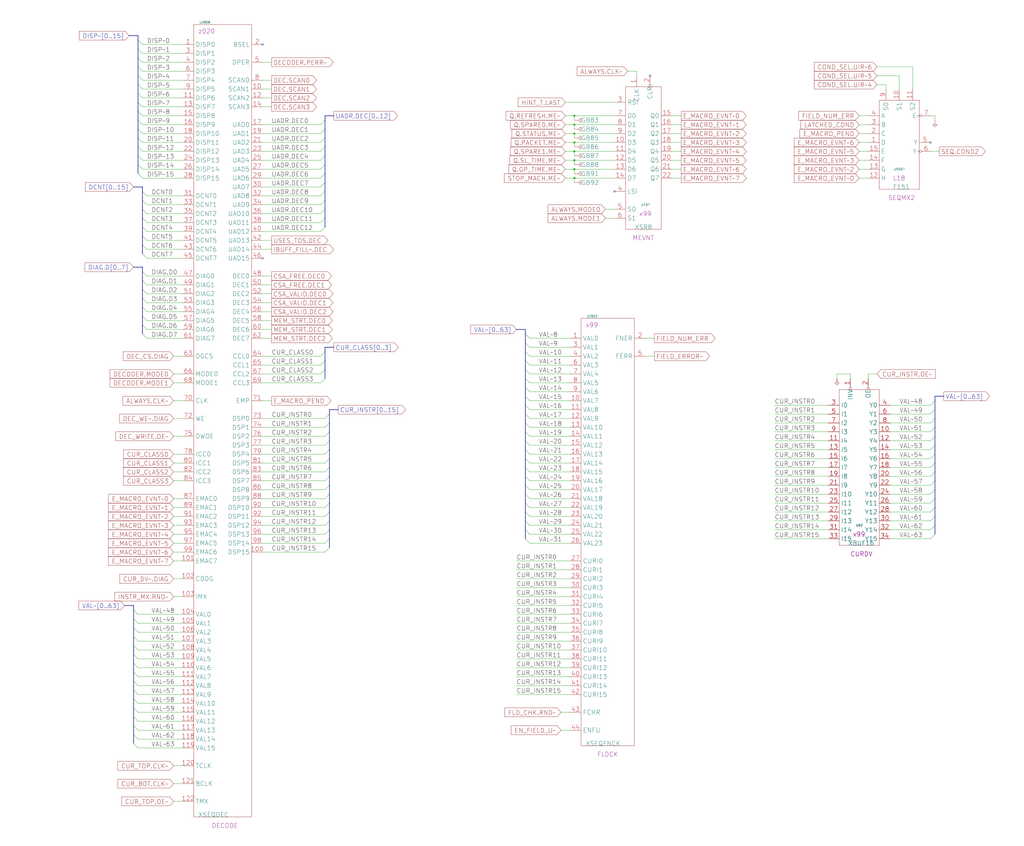
<source format=kicad_sch>
(kicad_sch (version 20230121) (generator eeschema)
  (paper "User" 584.2 482.6)
  (title_block (title "DECODE RAMS & ADDRESSING") (date "22-MAY-90") (rev "1.0") (comment 1 "SEQUENCER") (comment 2 "232-003064") (comment 3 "S400") (comment 4 "RELEASED"))
  (junction (at 327.66 66.04))
  (junction (at 327.66 86.36))
  (junction (at 327.66 81.28))
  (junction (at 327.66 91.44))
  (junction (at 327.66 71.12))
  (junction (at 327.66 96.52))
  (junction (at 327.66 76.2))
  (junction (at 327.66 101.6))
  (no_connect (at 149.86 147.32))
  (no_connect (at 530.86 81.28))
  (no_connect (at 350.52 109.22))
  (no_connect (at 149.86 25.4))
  (no_connect (at 370.84 43.18))
  (bus_entry (at 299.72 215.9) (size 2.54 2.54))
  (bus_entry (at 81.28 160.02) (size 2.54 2.54))
  (bus_entry (at 81.28 139.7) (size 2.54 2.54))
  (bus_entry (at 533.4 248.92) (size -2.54 2.54))
  (bus_entry (at 81.28 114.3) (size 2.54 2.54))
  (bus_entry (at 185.42 83.82) (size -2.54 2.54))
  (bus_entry (at 185.42 68.58) (size -2.54 2.54))
  (bus_entry (at 533.4 243.84) (size -2.54 2.54))
  (bus_entry (at 76.2 353.06) (size 2.54 2.54))
  (bus_entry (at 78.74 68.58) (size 2.54 2.54))
  (bus_entry (at 185.42 129.54) (size -2.54 2.54))
  (bus_entry (at 76.2 383.54) (size 2.54 2.54))
  (bus_entry (at 533.4 238.76) (size -2.54 2.54))
  (bus_entry (at 185.42 88.9) (size -2.54 2.54))
  (bus_entry (at 185.42 210.82) (size -2.54 2.54))
  (bus_entry (at 533.4 269.24) (size -2.54 2.54))
  (bus_entry (at 78.74 78.74) (size 2.54 2.54))
  (bus_entry (at 533.4 289.56) (size -2.54 2.54))
  (bus_entry (at 76.2 378.46) (size 2.54 2.54))
  (bus_entry (at 299.72 261.62) (size 2.54 2.54))
  (bus_entry (at 81.28 154.94) (size 2.54 2.54))
  (bus_entry (at 76.2 414.02) (size 2.54 2.54))
  (bus_entry (at 76.2 347.98) (size 2.54 2.54))
  (bus_entry (at 78.74 48.26) (size 2.54 2.54))
  (bus_entry (at 187.96 261.62) (size -2.54 2.54))
  (bus_entry (at 185.42 104.14) (size -2.54 2.54))
  (bus_entry (at 78.74 99.06) (size 2.54 2.54))
  (bus_entry (at 299.72 276.86) (size 2.54 2.54))
  (bus_entry (at 81.28 134.62) (size 2.54 2.54))
  (bus_entry (at 187.96 276.86) (size -2.54 2.54))
  (bus_entry (at 299.72 251.46) (size 2.54 2.54))
  (bus_entry (at 299.72 292.1) (size 2.54 2.54))
  (bus_entry (at 299.72 195.58) (size 2.54 2.54))
  (bus_entry (at 299.72 205.74) (size 2.54 2.54))
  (bus_entry (at 187.96 271.78) (size -2.54 2.54))
  (bus_entry (at 533.4 274.32) (size -2.54 2.54))
  (bus_entry (at 533.4 304.8) (size -2.54 2.54))
  (bus_entry (at 299.72 246.38) (size 2.54 2.54))
  (bus_entry (at 299.72 241.3) (size 2.54 2.54))
  (bus_entry (at 76.2 358.14) (size 2.54 2.54))
  (bus_entry (at 533.4 299.72) (size -2.54 2.54))
  (bus_entry (at 81.28 180.34) (size 2.54 2.54))
  (bus_entry (at 299.72 281.94) (size 2.54 2.54))
  (bus_entry (at 81.28 119.38) (size 2.54 2.54))
  (bus_entry (at 81.28 165.1) (size 2.54 2.54))
  (bus_entry (at 187.96 251.46) (size -2.54 2.54))
  (bus_entry (at 299.72 220.98) (size 2.54 2.54))
  (bus_entry (at 299.72 256.54) (size 2.54 2.54))
  (bus_entry (at 533.4 228.6) (size -2.54 2.54))
  (bus_entry (at 81.28 129.54) (size 2.54 2.54))
  (bus_entry (at 185.42 93.98) (size -2.54 2.54))
  (bus_entry (at 299.72 236.22) (size 2.54 2.54))
  (bus_entry (at 78.74 43.18) (size 2.54 2.54))
  (bus_entry (at 78.74 88.9) (size 2.54 2.54))
  (bus_entry (at 185.42 205.74) (size -2.54 2.54))
  (bus_entry (at 76.2 419.1) (size 2.54 2.54))
  (bus_entry (at 76.2 403.86) (size 2.54 2.54))
  (bus_entry (at 78.74 38.1) (size 2.54 2.54))
  (bus_entry (at 185.42 78.74) (size -2.54 2.54))
  (bus_entry (at 81.28 190.5) (size 2.54 2.54))
  (bus_entry (at 187.96 281.94) (size -2.54 2.54))
  (bus_entry (at 299.72 266.7) (size 2.54 2.54))
  (bus_entry (at 78.74 83.82) (size 2.54 2.54))
  (bus_entry (at 187.96 241.3) (size -2.54 2.54))
  (bus_entry (at 76.2 393.7) (size 2.54 2.54))
  (bus_entry (at 185.42 99.06) (size -2.54 2.54))
  (bus_entry (at 299.72 271.78) (size 2.54 2.54))
  (bus_entry (at 185.42 200.66) (size -2.54 2.54))
  (bus_entry (at 185.42 73.66) (size -2.54 2.54))
  (bus_entry (at 185.42 124.46) (size -2.54 2.54))
  (bus_entry (at 185.42 114.3) (size -2.54 2.54))
  (bus_entry (at 78.74 73.66) (size 2.54 2.54))
  (bus_entry (at 76.2 368.3) (size 2.54 2.54))
  (bus_entry (at 187.96 292.1) (size -2.54 2.54))
  (bus_entry (at 78.74 93.98) (size 2.54 2.54))
  (bus_entry (at 81.28 170.18) (size 2.54 2.54))
  (bus_entry (at 299.72 307.34) (size 2.54 2.54))
  (bus_entry (at 76.2 398.78) (size 2.54 2.54))
  (bus_entry (at 81.28 175.26) (size 2.54 2.54))
  (bus_entry (at 76.2 424.18) (size 2.54 2.54))
  (bus_entry (at 299.72 200.66) (size 2.54 2.54))
  (bus_entry (at 81.28 124.46) (size 2.54 2.54))
  (bus_entry (at 76.2 373.38) (size 2.54 2.54))
  (bus_entry (at 81.28 144.78) (size 2.54 2.54))
  (bus_entry (at 78.74 22.86) (size 2.54 2.54))
  (bus_entry (at 187.96 287.02) (size -2.54 2.54))
  (bus_entry (at 76.2 363.22) (size 2.54 2.54))
  (bus_entry (at 187.96 256.54) (size -2.54 2.54))
  (bus_entry (at 187.96 236.22) (size -2.54 2.54))
  (bus_entry (at 299.72 297.18) (size 2.54 2.54))
  (bus_entry (at 76.2 408.94) (size 2.54 2.54))
  (bus_entry (at 81.28 185.42) (size 2.54 2.54))
  (bus_entry (at 187.96 266.7) (size -2.54 2.54))
  (bus_entry (at 533.4 254) (size -2.54 2.54))
  (bus_entry (at 299.72 302.26) (size 2.54 2.54))
  (bus_entry (at 533.4 279.4) (size -2.54 2.54))
  (bus_entry (at 76.2 388.62) (size 2.54 2.54))
  (bus_entry (at 78.74 63.5) (size 2.54 2.54))
  (bus_entry (at 78.74 58.42) (size 2.54 2.54))
  (bus_entry (at 187.96 297.18) (size -2.54 2.54))
  (bus_entry (at 299.72 210.82) (size 2.54 2.54))
  (bus_entry (at 187.96 307.34) (size -2.54 2.54))
  (bus_entry (at 533.4 264.16) (size -2.54 2.54))
  (bus_entry (at 185.42 109.22) (size -2.54 2.54))
  (bus_entry (at 78.74 27.94) (size 2.54 2.54))
  (bus_entry (at 299.72 287.02) (size 2.54 2.54))
  (bus_entry (at 187.96 312.42) (size -2.54 2.54))
  (bus_entry (at 187.96 302.26) (size -2.54 2.54))
  (bus_entry (at 185.42 215.9) (size -2.54 2.54))
  (bus_entry (at 78.74 33.02) (size 2.54 2.54))
  (bus_entry (at 533.4 259.08) (size -2.54 2.54))
  (bus_entry (at 81.28 109.22) (size 2.54 2.54))
  (bus_entry (at 299.72 231.14) (size 2.54 2.54))
  (bus_entry (at 533.4 284.48) (size -2.54 2.54))
  (bus_entry (at 187.96 246.38) (size -2.54 2.54))
  (bus_entry (at 78.74 53.34) (size 2.54 2.54))
  (bus_entry (at 299.72 226.06) (size 2.54 2.54))
  (bus_entry (at 299.72 190.5) (size 2.54 2.54))
  (bus_entry (at 533.4 233.68) (size -2.54 2.54))
  (bus_entry (at 185.42 119.38) (size -2.54 2.54))
  (bus_entry (at 533.4 294.64) (size -2.54 2.54))
  (wire (pts (xy 322.58 101.6) (xy 327.66 101.6)))
  (wire (pts (xy 99.06 259.08) (xy 104.14 259.08)))
  (wire (pts (xy 81.28 91.44) (xy 104.14 91.44)))
  (bus (pts (xy 299.72 200.66) (xy 299.72 205.74)))
  (bus (pts (xy 78.74 93.98) (xy 78.74 99.06)))
  (bus (pts (xy 185.42 200.66) (xy 185.42 205.74)))
  (wire (pts (xy 294.64 381) (xy 325.12 381)))
  (wire (pts (xy 149.86 162.56) (xy 154.94 162.56)))
  (wire (pts (xy 508 261.62) (xy 530.86 261.62)))
  (bus (pts (xy 187.96 236.22) (xy 187.96 241.3)))
  (bus (pts (xy 187.96 292.1) (xy 187.96 297.18)))
  (wire (pts (xy 490.22 66.04) (xy 495.3 66.04)))
  (bus (pts (xy 81.28 124.46) (xy 81.28 129.54)))
  (bus (pts (xy 533.4 269.24) (xy 533.4 274.32)))
  (wire (pts (xy 149.86 264.16) (xy 185.42 264.16)))
  (wire (pts (xy 383.54 101.6) (xy 388.62 101.6)))
  (wire (pts (xy 99.06 284.48) (xy 104.14 284.48)))
  (bus (pts (xy 299.72 187.96) (xy 294.64 187.96)))
  (bus (pts (xy 299.72 246.38) (xy 299.72 251.46)))
  (wire (pts (xy 149.86 259.08) (xy 185.42 259.08)))
  (wire (pts (xy 472.44 307.34) (xy 441.96 307.34)))
  (wire (pts (xy 99.06 264.16) (xy 104.14 264.16)))
  (bus (pts (xy 299.72 302.26) (xy 299.72 307.34)))
  (wire (pts (xy 83.82 121.92) (xy 104.14 121.92)))
  (bus (pts (xy 78.74 78.74) (xy 78.74 83.82)))
  (wire (pts (xy 149.86 111.76) (xy 182.88 111.76)))
  (wire (pts (xy 302.26 259.08) (xy 325.12 259.08)))
  (bus (pts (xy 78.74 63.5) (xy 78.74 68.58)))
  (bus (pts (xy 299.72 276.86) (xy 299.72 281.94)))
  (wire (pts (xy 149.86 132.08) (xy 182.88 132.08)))
  (wire (pts (xy 327.66 76.2) (xy 327.66 78.74)))
  (wire (pts (xy 302.26 208.28) (xy 325.12 208.28)))
  (wire (pts (xy 490.22 101.6) (xy 495.3 101.6)))
  (wire (pts (xy 472.44 281.94) (xy 441.96 281.94)))
  (wire (pts (xy 327.66 71.12) (xy 350.52 71.12)))
  (wire (pts (xy 149.86 248.92) (xy 185.42 248.92)))
  (wire (pts (xy 472.44 251.46) (xy 441.96 251.46)))
  (wire (pts (xy 490.22 86.36) (xy 495.3 86.36)))
  (wire (pts (xy 149.86 167.64) (xy 154.94 167.64)))
  (wire (pts (xy 81.28 45.72) (xy 104.14 45.72)))
  (wire (pts (xy 78.74 350.52) (xy 104.14 350.52)))
  (wire (pts (xy 477.52 213.36) (xy 485.14 213.36)))
  (wire (pts (xy 99.06 238.76) (xy 104.14 238.76)))
  (wire (pts (xy 322.58 96.52) (xy 327.66 96.52)))
  (wire (pts (xy 322.58 66.04) (xy 327.66 66.04)))
  (wire (pts (xy 368.3 203.2) (xy 373.38 203.2)))
  (wire (pts (xy 149.86 177.8) (xy 154.94 177.8)))
  (wire (pts (xy 302.26 223.52) (xy 325.12 223.52)))
  (wire (pts (xy 149.86 121.92) (xy 182.88 121.92)))
  (wire (pts (xy 302.26 289.56) (xy 325.12 289.56)))
  (bus (pts (xy 76.2 345.44) (xy 76.2 347.98)))
  (bus (pts (xy 76.2 373.38) (xy 76.2 368.3)))
  (bus (pts (xy 185.42 78.74) (xy 185.42 83.82)))
  (wire (pts (xy 149.86 213.36) (xy 182.88 213.36)))
  (wire (pts (xy 294.64 375.92) (xy 325.12 375.92)))
  (bus (pts (xy 533.4 233.68) (xy 533.4 238.76)))
  (bus (pts (xy 81.28 114.3) (xy 81.28 119.38)))
  (wire (pts (xy 83.82 182.88) (xy 104.14 182.88)))
  (wire (pts (xy 513.08 43.18) (xy 513.08 50.8)))
  (wire (pts (xy 99.06 294.64) (xy 104.14 294.64)))
  (bus (pts (xy 187.96 246.38) (xy 187.96 251.46)))
  (bus (pts (xy 76.2 424.18) (xy 76.2 419.1)))
  (wire (pts (xy 149.86 299.72) (xy 185.42 299.72)))
  (bus (pts (xy 533.4 259.08) (xy 533.4 264.16)))
  (wire (pts (xy 472.44 256.54) (xy 441.96 256.54)))
  (bus (pts (xy 299.72 231.14) (xy 299.72 236.22)))
  (wire (pts (xy 508 302.26) (xy 530.86 302.26)))
  (wire (pts (xy 149.86 243.84) (xy 185.42 243.84)))
  (wire (pts (xy 149.86 76.2) (xy 182.88 76.2)))
  (wire (pts (xy 78.74 360.68) (xy 104.14 360.68)))
  (bus (pts (xy 185.42 198.12) (xy 190.5 198.12)))
  (wire (pts (xy 81.28 30.48) (xy 104.14 30.48)))
  (wire (pts (xy 495.3 213.36) (xy 495.3 215.9)))
  (bus (pts (xy 78.74 58.42) (xy 78.74 63.5)))
  (wire (pts (xy 149.86 269.24) (xy 185.42 269.24)))
  (wire (pts (xy 78.74 391.16) (xy 104.14 391.16)))
  (bus (pts (xy 533.4 226.06) (xy 533.4 228.6)))
  (bus (pts (xy 81.28 165.1) (xy 81.28 170.18)))
  (bus (pts (xy 185.42 93.98) (xy 185.42 99.06)))
  (bus (pts (xy 185.42 99.06) (xy 185.42 104.14)))
  (wire (pts (xy 302.26 193.04) (xy 325.12 193.04)))
  (bus (pts (xy 78.74 22.86) (xy 78.74 27.94)))
  (wire (pts (xy 472.44 231.14) (xy 441.96 231.14)))
  (wire (pts (xy 508 231.14) (xy 530.86 231.14)))
  (wire (pts (xy 149.86 254) (xy 185.42 254)))
  (wire (pts (xy 294.64 330.2) (xy 325.12 330.2)))
  (wire (pts (xy 327.66 101.6) (xy 327.66 104.14)))
  (bus (pts (xy 533.4 264.16) (xy 533.4 269.24)))
  (wire (pts (xy 149.86 81.28) (xy 182.88 81.28)))
  (wire (pts (xy 83.82 193.04) (xy 104.14 193.04)))
  (wire (pts (xy 302.26 213.36) (xy 325.12 213.36)))
  (bus (pts (xy 533.4 228.6) (xy 533.4 233.68)))
  (bus (pts (xy 185.42 198.12) (xy 185.42 200.66)))
  (bus (pts (xy 71.12 345.44) (xy 76.2 345.44)))
  (wire (pts (xy 99.06 218.44) (xy 104.14 218.44)))
  (wire (pts (xy 327.66 66.04) (xy 327.66 68.58)))
  (wire (pts (xy 149.86 274.32) (xy 185.42 274.32)))
  (bus (pts (xy 299.72 190.5) (xy 299.72 195.58)))
  (bus (pts (xy 187.96 241.3) (xy 187.96 246.38)))
  (wire (pts (xy 149.86 35.56) (xy 154.94 35.56)))
  (wire (pts (xy 294.64 335.28) (xy 325.12 335.28)))
  (bus (pts (xy 78.74 83.82) (xy 78.74 88.9)))
  (wire (pts (xy 302.26 243.84) (xy 325.12 243.84)))
  (wire (pts (xy 149.86 137.16) (xy 154.94 137.16)))
  (bus (pts (xy 190.5 66.04) (xy 185.42 66.04)))
  (bus (pts (xy 76.2 368.3) (xy 76.2 363.22)))
  (wire (pts (xy 388.62 81.28) (xy 383.54 81.28)))
  (wire (pts (xy 78.74 365.76) (xy 104.14 365.76)))
  (wire (pts (xy 302.26 228.6) (xy 325.12 228.6)))
  (wire (pts (xy 472.44 287.02) (xy 441.96 287.02)))
  (wire (pts (xy 81.28 81.28) (xy 104.14 81.28)))
  (wire (pts (xy 78.74 381) (xy 104.14 381)))
  (wire (pts (xy 508 236.22) (xy 530.86 236.22)))
  (wire (pts (xy 99.06 274.32) (xy 104.14 274.32)))
  (wire (pts (xy 149.86 304.8) (xy 185.42 304.8)))
  (bus (pts (xy 299.72 226.06) (xy 299.72 231.14)))
  (bus (pts (xy 185.42 109.22) (xy 185.42 114.3)))
  (wire (pts (xy 508 281.94) (xy 530.86 281.94)))
  (wire (pts (xy 500.38 43.18) (xy 513.08 43.18)))
  (bus (pts (xy 185.42 104.14) (xy 185.42 109.22)))
  (bus (pts (xy 76.2 408.94) (xy 76.2 403.86)))
  (bus (pts (xy 81.28 152.4) (xy 81.28 154.94)))
  (wire (pts (xy 81.28 86.36) (xy 104.14 86.36)))
  (wire (pts (xy 78.74 411.48) (xy 104.14 411.48)))
  (wire (pts (xy 327.66 71.12) (xy 327.66 73.66)))
  (bus (pts (xy 76.2 383.54) (xy 76.2 378.46)))
  (bus (pts (xy 76.2 388.62) (xy 76.2 383.54)))
  (wire (pts (xy 327.66 91.44) (xy 350.52 91.44)))
  (wire (pts (xy 388.62 96.52) (xy 383.54 96.52)))
  (wire (pts (xy 149.86 284.48) (xy 185.42 284.48)))
  (wire (pts (xy 327.66 86.36) (xy 350.52 86.36)))
  (bus (pts (xy 533.4 284.48) (xy 533.4 289.56)))
  (wire (pts (xy 322.58 86.36) (xy 327.66 86.36)))
  (wire (pts (xy 294.64 345.44) (xy 325.12 345.44)))
  (wire (pts (xy 149.86 238.76) (xy 185.42 238.76)))
  (bus (pts (xy 81.28 180.34) (xy 81.28 185.42)))
  (bus (pts (xy 299.72 281.94) (xy 299.72 287.02)))
  (bus (pts (xy 299.72 220.98) (xy 299.72 226.06)))
  (wire (pts (xy 472.44 297.18) (xy 441.96 297.18)))
  (bus (pts (xy 187.96 266.7) (xy 187.96 271.78)))
  (bus (pts (xy 185.42 66.04) (xy 185.42 68.58)))
  (bus (pts (xy 187.96 287.02) (xy 187.96 292.1)))
  (wire (pts (xy 78.74 406.4) (xy 104.14 406.4)))
  (bus (pts (xy 299.72 292.1) (xy 299.72 297.18)))
  (wire (pts (xy 500.38 213.36) (xy 495.3 213.36)))
  (wire (pts (xy 83.82 147.32) (xy 104.14 147.32)))
  (wire (pts (xy 530.86 86.36) (xy 535.94 86.36)))
  (wire (pts (xy 373.38 193.04) (xy 368.3 193.04)))
  (wire (pts (xy 149.86 187.96) (xy 154.94 187.96)))
  (wire (pts (xy 302.26 304.8) (xy 325.12 304.8)))
  (wire (pts (xy 294.64 355.6) (xy 325.12 355.6)))
  (wire (pts (xy 327.66 91.44) (xy 327.66 93.98)))
  (wire (pts (xy 99.06 228.6) (xy 104.14 228.6)))
  (bus (pts (xy 533.4 294.64) (xy 533.4 299.72)))
  (wire (pts (xy 149.86 71.12) (xy 182.88 71.12)))
  (wire (pts (xy 345.44 124.46) (xy 350.52 124.46)))
  (bus (pts (xy 533.4 299.72) (xy 533.4 304.8)))
  (wire (pts (xy 520.7 38.1) (xy 520.7 50.8)))
  (wire (pts (xy 508 307.34) (xy 530.86 307.34)))
  (bus (pts (xy 187.96 233.68) (xy 187.96 236.22)))
  (wire (pts (xy 149.86 228.6) (xy 154.94 228.6)))
  (wire (pts (xy 149.86 218.44) (xy 182.88 218.44)))
  (wire (pts (xy 81.28 55.88) (xy 104.14 55.88)))
  (wire (pts (xy 149.86 96.52) (xy 182.88 96.52)))
  (bus (pts (xy 185.42 83.82) (xy 185.42 88.9)))
  (bus (pts (xy 76.2 393.7) (xy 76.2 388.62)))
  (bus (pts (xy 76.2 414.02) (xy 76.2 408.94)))
  (bus (pts (xy 299.72 251.46) (xy 299.72 256.54)))
  (wire (pts (xy 363.22 40.64) (xy 363.22 43.18)))
  (wire (pts (xy 149.86 60.96) (xy 154.94 60.96)))
  (wire (pts (xy 500.38 48.26) (xy 505.46 48.26)))
  (wire (pts (xy 302.26 203.2) (xy 325.12 203.2)))
  (wire (pts (xy 472.44 302.26) (xy 441.96 302.26)))
  (wire (pts (xy 472.44 292.1) (xy 441.96 292.1)))
  (wire (pts (xy 302.26 274.32) (xy 325.12 274.32)))
  (wire (pts (xy 149.86 314.96) (xy 185.42 314.96)))
  (bus (pts (xy 76.2 358.14) (xy 76.2 363.22)))
  (wire (pts (xy 81.28 35.56) (xy 104.14 35.56)))
  (wire (pts (xy 81.28 25.4) (xy 104.14 25.4)))
  (wire (pts (xy 500.38 38.1) (xy 520.7 38.1)))
  (wire (pts (xy 149.86 142.24) (xy 154.94 142.24)))
  (wire (pts (xy 149.86 86.36) (xy 182.88 86.36)))
  (bus (pts (xy 533.4 248.92) (xy 533.4 254)))
  (wire (pts (xy 99.06 203.2) (xy 104.14 203.2)))
  (bus (pts (xy 533.4 226.06) (xy 538.48 226.06)))
  (bus (pts (xy 81.28 185.42) (xy 81.28 190.5)))
  (bus (pts (xy 533.4 289.56) (xy 533.4 294.64)))
  (wire (pts (xy 83.82 111.76) (xy 104.14 111.76)))
  (wire (pts (xy 294.64 325.12) (xy 325.12 325.12)))
  (bus (pts (xy 299.72 236.22) (xy 299.72 241.3)))
  (wire (pts (xy 302.26 233.68) (xy 325.12 233.68)))
  (wire (pts (xy 99.06 304.8) (xy 104.14 304.8)))
  (wire (pts (xy 99.06 314.96) (xy 104.14 314.96)))
  (bus (pts (xy 76.2 378.46) (xy 76.2 373.38)))
  (wire (pts (xy 99.06 289.56) (xy 104.14 289.56)))
  (bus (pts (xy 78.74 88.9) (xy 78.74 93.98)))
  (bus (pts (xy 81.28 109.22) (xy 81.28 114.3)))
  (bus (pts (xy 76.2 152.4) (xy 81.28 152.4)))
  (wire (pts (xy 78.74 355.6) (xy 104.14 355.6)))
  (wire (pts (xy 99.06 447.04) (xy 104.14 447.04)))
  (wire (pts (xy 81.28 101.6) (xy 104.14 101.6)))
  (bus (pts (xy 76.2 419.1) (xy 76.2 414.02)))
  (wire (pts (xy 320.04 406.4) (xy 325.12 406.4)))
  (wire (pts (xy 508 271.78) (xy 530.86 271.78)))
  (bus (pts (xy 81.28 154.94) (xy 81.28 160.02)))
  (wire (pts (xy 149.86 182.88) (xy 154.94 182.88)))
  (bus (pts (xy 533.4 243.84) (xy 533.4 248.92)))
  (wire (pts (xy 83.82 137.16) (xy 104.14 137.16)))
  (wire (pts (xy 472.44 261.62) (xy 441.96 261.62)))
  (wire (pts (xy 149.86 193.04) (xy 154.94 193.04)))
  (wire (pts (xy 149.86 91.44) (xy 182.88 91.44)))
  (wire (pts (xy 149.86 45.72) (xy 154.94 45.72)))
  (wire (pts (xy 149.86 203.2) (xy 182.88 203.2)))
  (bus (pts (xy 81.28 170.18) (xy 81.28 175.26)))
  (wire (pts (xy 490.22 91.44) (xy 495.3 91.44)))
  (wire (pts (xy 83.82 177.8) (xy 104.14 177.8)))
  (wire (pts (xy 294.64 365.76) (xy 325.12 365.76)))
  (wire (pts (xy 81.28 40.64) (xy 104.14 40.64)))
  (wire (pts (xy 327.66 81.28) (xy 327.66 83.82)))
  (wire (pts (xy 472.44 276.86) (xy 441.96 276.86)))
  (wire (pts (xy 83.82 167.64) (xy 104.14 167.64)))
  (wire (pts (xy 149.86 127) (xy 182.88 127)))
  (wire (pts (xy 302.26 299.72) (xy 325.12 299.72)))
  (wire (pts (xy 149.86 116.84) (xy 182.88 116.84)))
  (bus (pts (xy 81.28 160.02) (xy 81.28 165.1)))
  (wire (pts (xy 322.58 58.42) (xy 350.52 58.42)))
  (wire (pts (xy 99.06 320.04) (xy 104.14 320.04)))
  (wire (pts (xy 472.44 266.7) (xy 441.96 266.7)))
  (wire (pts (xy 294.64 386.08) (xy 325.12 386.08)))
  (wire (pts (xy 78.74 375.92) (xy 104.14 375.92)))
  (bus (pts (xy 81.28 175.26) (xy 81.28 180.34)))
  (wire (pts (xy 83.82 142.24) (xy 104.14 142.24)))
  (wire (pts (xy 302.26 269.24) (xy 325.12 269.24)))
  (wire (pts (xy 78.74 416.56) (xy 104.14 416.56)))
  (bus (pts (xy 81.28 139.7) (xy 81.28 144.78)))
  (bus (pts (xy 185.42 73.66) (xy 185.42 78.74)))
  (wire (pts (xy 322.58 81.28) (xy 327.66 81.28)))
  (wire (pts (xy 294.64 391.16) (xy 325.12 391.16)))
  (bus (pts (xy 73.66 20.32) (xy 78.74 20.32)))
  (wire (pts (xy 472.44 236.22) (xy 441.96 236.22)))
  (wire (pts (xy 302.26 248.92) (xy 325.12 248.92)))
  (wire (pts (xy 99.06 213.36) (xy 104.14 213.36)))
  (wire (pts (xy 81.28 50.8) (xy 104.14 50.8)))
  (wire (pts (xy 472.44 246.38) (xy 441.96 246.38)))
  (wire (pts (xy 327.66 96.52) (xy 327.66 99.06)))
  (wire (pts (xy 294.64 340.36) (xy 325.12 340.36)))
  (bus (pts (xy 81.28 134.62) (xy 81.28 139.7)))
  (wire (pts (xy 490.22 71.12) (xy 495.3 71.12)))
  (bus (pts (xy 299.72 271.78) (xy 299.72 276.86)))
  (wire (pts (xy 327.66 81.28) (xy 350.52 81.28)))
  (wire (pts (xy 99.06 436.88) (xy 104.14 436.88)))
  (bus (pts (xy 299.72 210.82) (xy 299.72 215.9)))
  (wire (pts (xy 358.14 40.64) (xy 363.22 40.64)))
  (wire (pts (xy 149.86 101.6) (xy 182.88 101.6)))
  (bus (pts (xy 299.72 261.62) (xy 299.72 266.7)))
  (wire (pts (xy 78.74 401.32) (xy 104.14 401.32)))
  (bus (pts (xy 185.42 124.46) (xy 185.42 129.54)))
  (wire (pts (xy 477.52 215.9) (xy 477.52 213.36)))
  (wire (pts (xy 302.26 294.64) (xy 325.12 294.64)))
  (bus (pts (xy 533.4 254) (xy 533.4 259.08)))
  (wire (pts (xy 530.86 66.04) (xy 533.4 66.04)))
  (wire (pts (xy 149.86 279.4) (xy 185.42 279.4)))
  (bus (pts (xy 185.42 88.9) (xy 185.42 93.98)))
  (wire (pts (xy 83.82 116.84) (xy 104.14 116.84)))
  (wire (pts (xy 99.06 457.2) (xy 104.14 457.2)))
  (wire (pts (xy 302.26 254) (xy 325.12 254)))
  (wire (pts (xy 327.66 76.2) (xy 350.52 76.2)))
  (wire (pts (xy 322.58 71.12) (xy 327.66 71.12)))
  (wire (pts (xy 149.86 106.68) (xy 182.88 106.68)))
  (wire (pts (xy 302.26 238.76) (xy 325.12 238.76)))
  (bus (pts (xy 185.42 68.58) (xy 185.42 73.66)))
  (wire (pts (xy 490.22 96.52) (xy 495.3 96.52)))
  (bus (pts (xy 187.96 261.62) (xy 187.96 266.7)))
  (bus (pts (xy 76.2 398.78) (xy 76.2 393.7)))
  (wire (pts (xy 508 276.86) (xy 530.86 276.86)))
  (bus (pts (xy 299.72 241.3) (xy 299.72 246.38)))
  (bus (pts (xy 187.96 256.54) (xy 187.96 261.62)))
  (wire (pts (xy 327.66 96.52) (xy 350.52 96.52)))
  (bus (pts (xy 193.04 233.68) (xy 187.96 233.68)))
  (wire (pts (xy 508 287.02) (xy 530.86 287.02)))
  (wire (pts (xy 302.26 284.48) (xy 325.12 284.48)))
  (wire (pts (xy 322.58 91.44) (xy 327.66 91.44)))
  (wire (pts (xy 149.86 208.28) (xy 182.88 208.28)))
  (wire (pts (xy 327.66 66.04) (xy 350.52 66.04)))
  (wire (pts (xy 508 297.18) (xy 530.86 297.18)))
  (wire (pts (xy 99.06 340.36) (xy 104.14 340.36)))
  (wire (pts (xy 149.86 157.48) (xy 154.94 157.48)))
  (bus (pts (xy 78.74 73.66) (xy 78.74 78.74)))
  (wire (pts (xy 302.26 309.88) (xy 325.12 309.88)))
  (bus (pts (xy 76.2 106.68) (xy 81.28 106.68)))
  (bus (pts (xy 187.96 276.86) (xy 187.96 281.94)))
  (wire (pts (xy 302.26 198.12) (xy 325.12 198.12)))
  (bus (pts (xy 185.42 210.82) (xy 185.42 215.9)))
  (bus (pts (xy 187.96 271.78) (xy 187.96 276.86)))
  (bus (pts (xy 533.4 279.4) (xy 533.4 284.48)))
  (wire (pts (xy 490.22 76.2) (xy 495.3 76.2)))
  (bus (pts (xy 299.72 256.54) (xy 299.72 261.62)))
  (wire (pts (xy 83.82 132.08) (xy 104.14 132.08)))
  (bus (pts (xy 299.72 190.5) (xy 299.72 187.96)))
  (wire (pts (xy 294.64 396.24) (xy 325.12 396.24)))
  (wire (pts (xy 302.26 264.16) (xy 325.12 264.16)))
  (wire (pts (xy 327.66 101.6) (xy 350.52 101.6)))
  (bus (pts (xy 187.96 251.46) (xy 187.96 256.54)))
  (wire (pts (xy 78.74 426.72) (xy 104.14 426.72)))
  (wire (pts (xy 508 241.3) (xy 530.86 241.3)))
  (wire (pts (xy 149.86 309.88) (xy 185.42 309.88)))
  (wire (pts (xy 83.82 127) (xy 104.14 127)))
  (wire (pts (xy 149.86 294.64) (xy 185.42 294.64)))
  (wire (pts (xy 99.06 248.92) (xy 104.14 248.92)))
  (wire (pts (xy 327.66 86.36) (xy 327.66 88.9)))
  (bus (pts (xy 187.96 307.34) (xy 187.96 312.42)))
  (bus (pts (xy 185.42 205.74) (xy 185.42 210.82)))
  (wire (pts (xy 294.64 370.84) (xy 325.12 370.84)))
  (wire (pts (xy 149.86 289.56) (xy 185.42 289.56)))
  (bus (pts (xy 76.2 353.06) (xy 76.2 358.14)))
  (wire (pts (xy 83.82 157.48) (xy 104.14 157.48)))
  (wire (pts (xy 490.22 81.28) (xy 495.3 81.28)))
  (wire (pts (xy 388.62 76.2) (xy 383.54 76.2)))
  (wire (pts (xy 508 292.1) (xy 530.86 292.1)))
  (bus (pts (xy 187.96 281.94) (xy 187.96 287.02)))
  (wire (pts (xy 78.74 386.08) (xy 104.14 386.08)))
  (wire (pts (xy 508 246.38) (xy 530.86 246.38)))
  (bus (pts (xy 81.28 106.68) (xy 81.28 109.22)))
  (wire (pts (xy 149.86 55.88) (xy 154.94 55.88)))
  (wire (pts (xy 388.62 86.36) (xy 383.54 86.36)))
  (wire (pts (xy 99.06 309.88) (xy 104.14 309.88)))
  (wire (pts (xy 508 256.54) (xy 530.86 256.54)))
  (wire (pts (xy 302.26 279.4) (xy 325.12 279.4)))
  (wire (pts (xy 388.62 71.12) (xy 383.54 71.12)))
  (wire (pts (xy 388.62 66.04) (xy 383.54 66.04)))
  (bus (pts (xy 533.4 238.76) (xy 533.4 243.84)))
  (wire (pts (xy 81.28 66.04) (xy 104.14 66.04)))
  (bus (pts (xy 187.96 297.18) (xy 187.96 302.26)))
  (bus (pts (xy 299.72 195.58) (xy 299.72 200.66)))
  (wire (pts (xy 83.82 172.72) (xy 104.14 172.72)))
  (bus (pts (xy 78.74 38.1) (xy 78.74 43.18)))
  (bus (pts (xy 185.42 119.38) (xy 185.42 124.46)))
  (wire (pts (xy 345.44 119.38) (xy 350.52 119.38)))
  (bus (pts (xy 78.74 33.02) (xy 78.74 38.1)))
  (wire (pts (xy 508 251.46) (xy 530.86 251.46)))
  (wire (pts (xy 83.82 162.56) (xy 104.14 162.56)))
  (wire (pts (xy 78.74 396.24) (xy 104.14 396.24)))
  (wire (pts (xy 83.82 187.96) (xy 104.14 187.96)))
  (bus (pts (xy 78.74 43.18) (xy 78.74 48.26)))
  (wire (pts (xy 472.44 271.78) (xy 441.96 271.78)))
  (wire (pts (xy 294.64 360.68) (xy 325.12 360.68)))
  (bus (pts (xy 299.72 287.02) (xy 299.72 292.1)))
  (bus (pts (xy 187.96 302.26) (xy 187.96 307.34)))
  (bus (pts (xy 299.72 297.18) (xy 299.72 302.26)))
  (wire (pts (xy 149.86 50.8) (xy 154.94 50.8)))
  (wire (pts (xy 294.64 350.52) (xy 325.12 350.52)))
  (bus (pts (xy 78.74 20.32) (xy 78.74 22.86)))
  (wire (pts (xy 99.06 269.24) (xy 104.14 269.24)))
  (wire (pts (xy 78.74 370.84) (xy 104.14 370.84)))
  (wire (pts (xy 485.14 213.36) (xy 485.14 215.9)))
  (wire (pts (xy 78.74 421.64) (xy 104.14 421.64)))
  (wire (pts (xy 81.28 76.2) (xy 104.14 76.2)))
  (wire (pts (xy 388.62 91.44) (xy 383.54 91.44)))
  (bus (pts (xy 299.72 215.9) (xy 299.72 220.98)))
  (wire (pts (xy 505.46 48.26) (xy 505.46 50.8)))
  (wire (pts (xy 320.04 416.56) (xy 325.12 416.56)))
  (wire (pts (xy 81.28 96.52) (xy 104.14 96.52)))
  (bus (pts (xy 299.72 266.7) (xy 299.72 271.78)))
  (bus (pts (xy 81.28 119.38) (xy 81.28 124.46)))
  (bus (pts (xy 76.2 347.98) (xy 76.2 353.06)))
  (wire (pts (xy 322.58 76.2) (xy 327.66 76.2)))
  (bus (pts (xy 76.2 403.86) (xy 76.2 398.78)))
  (wire (pts (xy 472.44 241.3) (xy 441.96 241.3)))
  (bus (pts (xy 78.74 53.34) (xy 78.74 58.42)))
  (wire (pts (xy 99.06 330.2) (xy 104.14 330.2)))
  (wire (pts (xy 149.86 172.72) (xy 154.94 172.72)))
  (wire (pts (xy 81.28 60.96) (xy 104.14 60.96)))
  (wire (pts (xy 81.28 71.12) (xy 104.14 71.12)))
  (wire (pts (xy 294.64 320.04) (xy 325.12 320.04)))
  (wire (pts (xy 508 266.7) (xy 530.86 266.7)))
  (bus (pts (xy 299.72 205.74) (xy 299.72 210.82)))
  (bus (pts (xy 81.28 129.54) (xy 81.28 134.62)))
  (wire (pts (xy 99.06 299.72) (xy 104.14 299.72)))
  (bus (pts (xy 533.4 274.32) (xy 533.4 279.4)))
  (bus (pts (xy 78.74 27.94) (xy 78.74 33.02)))
  (wire (pts (xy 302.26 218.44) (xy 325.12 218.44)))
  (bus (pts (xy 185.42 114.3) (xy 185.42 119.38)))
  (bus (pts (xy 78.74 68.58) (xy 78.74 73.66)))
  (wire (pts (xy 533.4 68.58) (xy 533.4 66.04)))
  (bus (pts (xy 78.74 48.26) (xy 78.74 53.34)))
  (label "CUR_INSTR15" (at 294.64 396.24 0) (effects (font (size 2.54 2.54))))
  (label "DIAG.D4" (at 86.36 177.8 0) (effects (font (size 2.54 2.54))))
  (label "CUR_INSTR0" (at 441.96 231.14 0) (effects (font (size 2.54 2.54))))
  (label "VAL~26" (at 307.34 284.48 0) (effects (font (size 2.54 2.54))))
  (label "VAL~27" (at 307.34 289.56 0) (effects (font (size 2.54 2.54))))
  (label "CUR_INSTR5" (at 154.94 264.16 0) (effects (font (size 2.54 2.54))))
  (label "CUR_INSTR6" (at 294.64 350.52 0) (effects (font (size 2.54 2.54))))
  (label "VAL~17" (at 307.34 238.76 0) (effects (font (size 2.54 2.54))))
  (label "VAL~48" (at 86.36 350.52 0) (effects (font (size 2.54 2.54))))
  (label "DCNT7" (at 86.36 147.32 0) (effects (font (size 2.54 2.54))))
  (label "VAL~58" (at 86.36 401.32 0) (effects (font (size 2.54 2.54))))
  (label "VAL~53" (at 513.08 256.54 0) (effects (font (size 2.54 2.54))))
  (label "DCNT5" (at 86.36 137.16 0) (effects (font (size 2.54 2.54))))
  (label "VAL~62" (at 513.08 302.26 0) (effects (font (size 2.54 2.54))))
  (label "DISP~6" (at 83.82 55.88 0) (effects (font (size 2.54 2.54))))
  (label "CUR_INSTR8" (at 294.64 360.68 0) (effects (font (size 2.54 2.54))))
  (label "DISP~0" (at 83.82 25.4 0) (effects (font (size 2.54 2.54))))
  (label "CUR_INSTR12" (at 154.94 299.72 0) (effects (font (size 2.54 2.54))))
  (label "DISP~3" (at 83.82 40.64 0) (effects (font (size 2.54 2.54))))
  (label "CUR_INSTR8" (at 441.96 271.78 0) (effects (font (size 2.54 2.54))))
  (label "DIAG.D1" (at 86.36 162.56 0) (effects (font (size 2.54 2.54))))
  (label "DIAG.D0" (at 86.36 157.48 0) (effects (font (size 2.54 2.54))))
  (label "CUR_INSTR12" (at 441.96 292.1 0) (effects (font (size 2.54 2.54))))
  (label "DISP~8" (at 83.82 66.04 0) (effects (font (size 2.54 2.54))))
  (label "VAL~63" (at 513.08 307.34 0) (effects (font (size 2.54 2.54))))
  (label "DISP~1" (at 83.82 30.48 0) (effects (font (size 2.54 2.54))))
  (label "VAL~30" (at 307.34 304.8 0) (effects (font (size 2.54 2.54))))
  (label "CUR_INSTR6" (at 441.96 261.62 0) (effects (font (size 2.54 2.54))))
  (label "CUR_INSTR8" (at 154.94 279.4 0) (effects (font (size 2.54 2.54))))
  (label "VAL~31" (at 307.34 309.88 0) (effects (font (size 2.54 2.54))))
  (label "CUR_INSTR6" (at 154.94 269.24 0) (effects (font (size 2.54 2.54))))
  (label "UADR.DEC12" (at 154.94 132.08 0) (effects (font (size 2.54 2.54))))
  (label "VAL~15" (at 307.34 228.6 0) (effects (font (size 2.54 2.54))))
  (label "UADR.DEC4" (at 154.94 91.44 0) (effects (font (size 2.54 2.54))))
  (label "VAL~60" (at 513.08 292.1 0) (effects (font (size 2.54 2.54))))
  (label "VAL~52" (at 513.08 251.46 0) (effects (font (size 2.54 2.54))))
  (label "VAL~12" (at 307.34 213.36 0) (effects (font (size 2.54 2.54))))
  (label "VAL~57" (at 513.08 276.86 0) (effects (font (size 2.54 2.54))))
  (label "CUR_INSTR2" (at 154.94 248.92 0) (effects (font (size 2.54 2.54))))
  (label "CUR_INSTR13" (at 294.64 386.08 0) (effects (font (size 2.54 2.54))))
  (label "CUR_CLASS2" (at 154.94 213.36 0) (effects (font (size 2.54 2.54))))
  (label "CUR_INSTR4" (at 154.94 259.08 0) (effects (font (size 2.54 2.54))))
  (label "VAL~49" (at 513.08 236.22 0) (effects (font (size 2.54 2.54))))
  (label "VAL~54" (at 86.36 381 0) (effects (font (size 2.54 2.54))))
  (label "DIAG.D2" (at 86.36 167.64 0) (effects (font (size 2.54 2.54))))
  (label "CUR_CLASS0" (at 154.94 203.2 0) (effects (font (size 2.54 2.54))))
  (label "CUR_INSTR10" (at 294.64 370.84 0) (effects (font (size 2.54 2.54))))
  (label "UADR.DEC9" (at 154.94 116.84 0) (effects (font (size 2.54 2.54))))
  (label "DCNT2" (at 86.36 121.92 0) (effects (font (size 2.54 2.54))))
  (label "UADR.DEC10" (at 154.94 121.92 0) (effects (font (size 2.54 2.54))))
  (label "DISP~4" (at 83.82 45.72 0) (effects (font (size 2.54 2.54))))
  (label "DISP~13" (at 83.82 91.44 0) (effects (font (size 2.54 2.54))))
  (label "VAL~50" (at 86.36 360.68 0) (effects (font (size 2.54 2.54))))
  (label "VAL~56" (at 513.08 271.78 0) (effects (font (size 2.54 2.54))))
  (label "VAL~52" (at 86.36 370.84 0) (effects (font (size 2.54 2.54))))
  (label "CUR_INSTR15" (at 154.94 314.96 0) (effects (font (size 2.54 2.54))))
  (label "DISP~14" (at 83.82 96.52 0) (effects (font (size 2.54 2.54))))
  (label "CUR_INSTR5" (at 441.96 256.54 0) (effects (font (size 2.54 2.54))))
  (label "CUR_INSTR14" (at 441.96 302.26 0) (effects (font (size 2.54 2.54))))
  (label "VAL~18" (at 307.34 243.84 0) (effects (font (size 2.54 2.54))))
  (label "CUR_INSTR7" (at 441.96 266.7 0) (effects (font (size 2.54 2.54))))
  (label "VAL~53" (at 86.36 375.92 0) (effects (font (size 2.54 2.54))))
  (label "CUR_INSTR13" (at 154.94 304.8 0) (effects (font (size 2.54 2.54))))
  (label "CUR_INSTR11" (at 441.96 287.02 0) (effects (font (size 2.54 2.54))))
  (label "CUR_INSTR10" (at 441.96 281.94 0) (effects (font (size 2.54 2.54))))
  (label "DCNT6" (at 86.36 142.24 0) (effects (font (size 2.54 2.54))))
  (label "CUR_INSTR4" (at 441.96 251.46 0) (effects (font (size 2.54 2.54))))
  (label "CUR_INSTR3" (at 294.64 335.28 0) (effects (font (size 2.54 2.54))))
  (label "VAL~54" (at 513.08 261.62 0) (effects (font (size 2.54 2.54))))
  (label "DIAG.D6" (at 86.36 187.96 0) (effects (font (size 2.54 2.54))))
  (label "VAL~14" (at 307.34 223.52 0) (effects (font (size 2.54 2.54))))
  (label "DISP~15" (at 83.82 101.6 0) (effects (font (size 2.54 2.54))))
  (label "VAL~58" (at 513.08 281.94 0) (effects (font (size 2.54 2.54))))
  (label "CUR_INSTR1" (at 154.94 243.84 0) (effects (font (size 2.54 2.54))))
  (label "CUR_INSTR5" (at 294.64 345.44 0) (effects (font (size 2.54 2.54))))
  (label "UADR.DEC8" (at 154.94 111.76 0) (effects (font (size 2.54 2.54))))
  (label "DISP~11" (at 83.82 81.28 0) (effects (font (size 2.54 2.54))))
  (label "VAL~59" (at 86.36 406.4 0) (effects (font (size 2.54 2.54))))
  (label "DISP~10" (at 83.82 76.2 0) (effects (font (size 2.54 2.54))))
  (label "CUR_INSTR2" (at 294.64 330.2 0) (effects (font (size 2.54 2.54))))
  (label "CUR_INSTR9" (at 294.64 365.76 0) (effects (font (size 2.54 2.54))))
  (label "VAL~49" (at 86.36 355.6 0) (effects (font (size 2.54 2.54))))
  (label "VAL~48" (at 513.08 231.14 0) (effects (font (size 2.54 2.54))))
  (label "VAL~61" (at 513.08 297.18 0) (effects (font (size 2.54 2.54))))
  (label "VAL~29" (at 307.34 299.72 0) (effects (font (size 2.54 2.54))))
  (label "CUR_INSTR12" (at 294.64 381 0) (effects (font (size 2.54 2.54))))
  (label "CUR_INSTR7" (at 154.94 274.32 0) (effects (font (size 2.54 2.54))))
  (label "CUR_INSTR0" (at 294.64 320.04 0) (effects (font (size 2.54 2.54))))
  (label "VAL~61" (at 86.36 416.56 0) (effects (font (size 2.54 2.54))))
  (label "UADR.DEC5" (at 154.94 96.52 0) (effects (font (size 2.54 2.54))))
  (label "DIAG.D3" (at 86.36 172.72 0) (effects (font (size 2.54 2.54))))
  (label "VAL~59" (at 513.08 287.02 0) (effects (font (size 2.54 2.54))))
  (label "VAL~16" (at 307.34 233.68 0) (effects (font (size 2.54 2.54))))
  (label "CUR_CLASS3" (at 154.94 218.44 0) (effects (font (size 2.54 2.54))))
  (label "VAL~24" (at 307.34 274.32 0) (effects (font (size 2.54 2.54))))
  (label "DCNT0" (at 86.36 111.76 0) (effects (font (size 2.54 2.54))))
  (label "VAL~55" (at 86.36 386.08 0) (effects (font (size 2.54 2.54))))
  (label "CUR_INSTR14" (at 154.94 309.88 0) (effects (font (size 2.54 2.54))))
  (label "CUR_INSTR14" (at 294.64 391.16 0) (effects (font (size 2.54 2.54))))
  (label "UADR.DEC0" (at 154.94 71.12 0) (effects (font (size 2.54 2.54))))
  (label "VAL~51" (at 513.08 246.38 0) (effects (font (size 2.54 2.54))))
  (label "VAL~50" (at 513.08 241.3 0) (effects (font (size 2.54 2.54))))
  (label "VAL~11" (at 307.34 208.28 0) (effects (font (size 2.54 2.54))))
  (label "VAL~23" (at 307.34 269.24 0) (effects (font (size 2.54 2.54))))
  (label "DISP~12" (at 83.82 86.36 0) (effects (font (size 2.54 2.54))))
  (label "CUR_INSTR1" (at 441.96 236.22 0) (effects (font (size 2.54 2.54))))
  (label "CUR_INSTR3" (at 441.96 246.38 0) (effects (font (size 2.54 2.54))))
  (label "CUR_INSTR11" (at 294.64 375.92 0) (effects (font (size 2.54 2.54))))
  (label "VAL~21" (at 307.34 259.08 0) (effects (font (size 2.54 2.54))))
  (label "VAL~25" (at 307.34 279.4 0) (effects (font (size 2.54 2.54))))
  (label "VAL~28" (at 307.34 294.64 0) (effects (font (size 2.54 2.54))))
  (label "UADR.DEC2" (at 154.94 81.28 0) (effects (font (size 2.54 2.54))))
  (label "UADR.DEC7" (at 154.94 106.68 0) (effects (font (size 2.54 2.54))))
  (label "VAL~19" (at 307.34 248.92 0) (effects (font (size 2.54 2.54))))
  (label "CUR_INSTR9" (at 441.96 276.86 0) (effects (font (size 2.54 2.54))))
  (label "VAL~63" (at 86.36 426.72 0) (effects (font (size 2.54 2.54))))
  (label "DISP~5" (at 83.82 50.8 0) (effects (font (size 2.54 2.54))))
  (label "CUR_INSTR4" (at 294.64 340.36 0) (effects (font (size 2.54 2.54))))
  (label "CUR_INSTR11" (at 154.94 294.64 0) (effects (font (size 2.54 2.54))))
  (label "CUR_INSTR13" (at 441.96 297.18 0) (effects (font (size 2.54 2.54))))
  (label "VAL~20" (at 307.34 254 0) (effects (font (size 2.54 2.54))))
  (label "CUR_INSTR7" (at 294.64 355.6 0) (effects (font (size 2.54 2.54))))
  (label "UADR.DEC1" (at 154.94 76.2 0) (effects (font (size 2.54 2.54))))
  (label "DIAG.D5" (at 86.36 182.88 0) (effects (font (size 2.54 2.54))))
  (label "CUR_CLASS1" (at 154.94 208.28 0) (effects (font (size 2.54 2.54))))
  (label "DCNT3" (at 86.36 127 0) (effects (font (size 2.54 2.54))))
  (label "VAL~8" (at 307.34 193.04 0) (effects (font (size 2.54 2.54))))
  (label "CUR_INSTR1" (at 294.64 325.12 0) (effects (font (size 2.54 2.54))))
  (label "CUR_INSTR9" (at 154.94 284.48 0) (effects (font (size 2.54 2.54))))
  (label "CUR_INSTR10" (at 154.94 289.56 0) (effects (font (size 2.54 2.54))))
  (label "UADR.DEC11" (at 154.94 127 0) (effects (font (size 2.54 2.54))))
  (label "CUR_INSTR2" (at 441.96 241.3 0) (effects (font (size 2.54 2.54))))
  (label "VAL~56" (at 86.36 391.16 0) (effects (font (size 2.54 2.54))))
  (label "DISP~7" (at 83.82 60.96 0) (effects (font (size 2.54 2.54))))
  (label "DIAG.D7" (at 86.36 193.04 0) (effects (font (size 2.54 2.54))))
  (label "VAL~22" (at 307.34 264.16 0) (effects (font (size 2.54 2.54))))
  (label "DISP~9" (at 83.82 71.12 0) (effects (font (size 2.54 2.54))))
  (label "VAL~62" (at 86.36 421.64 0) (effects (font (size 2.54 2.54))))
  (label "CUR_INSTR0" (at 154.94 238.76 0) (effects (font (size 2.54 2.54))))
  (label "VAL~51" (at 86.36 365.76 0) (effects (font (size 2.54 2.54))))
  (label "VAL~10" (at 307.34 203.2 0) (effects (font (size 2.54 2.54))))
  (label "VAL~60" (at 86.36 411.48 0) (effects (font (size 2.54 2.54))))
  (label "CUR_INSTR15" (at 441.96 307.34 0) (effects (font (size 2.54 2.54))))
  (label "UADR.DEC3" (at 154.94 86.36 0) (effects (font (size 2.54 2.54))))
  (label "VAL~57" (at 86.36 396.24 0) (effects (font (size 2.54 2.54))))
  (label "CUR_INSTR3" (at 154.94 254 0) (effects (font (size 2.54 2.54))))
  (label "UADR.DEC6" (at 154.94 101.6 0) (effects (font (size 2.54 2.54))))
  (label "VAL~55" (at 513.08 266.7 0) (effects (font (size 2.54 2.54))))
  (label "DCNT4" (at 86.36 132.08 0) (effects (font (size 2.54 2.54))))
  (label "VAL~13" (at 307.34 218.44 0) (effects (font (size 2.54 2.54))))
  (label "DISP~2" (at 83.82 35.56 0) (effects (font (size 2.54 2.54))))
  (label "DCNT1" (at 86.36 116.84 0) (effects (font (size 2.54 2.54))))
  (label "VAL~9" (at 307.34 198.12 0) (effects (font (size 2.54 2.54))))
  (global_label "DEC.SCAN1" (shape output) (at 154.94 50.8 0) (effects (font (size 2.54 2.54))) (property "Intersheetrefs" "${INTERSHEET_REFS}" (at 180.5698 50.6413 0) (effects (font (size 1.905 1.905)) (justify left))))
  (global_label "E_MACRO_EVNT~5" (shape output) (at 388.62 91.44 0) (effects (font (size 2.54 2.54))) (property "Intersheetrefs" "${INTERSHEET_REFS}" (at 426.9152 91.44 0) (effects (justify left))))
  (global_label "EN_FIELD_U~" (shape input) (at 320.04 416.56 180) (effects (font (size 2.54 2.54))) (property "Intersheetrefs" "${INTERSHEET_REFS}" (at 291.6283 416.4013 0) (effects (font (size 1.905 1.905)) (justify right))))
  (global_label "MEM_STRT.DEC1" (shape output) (at 154.94 187.96 0) (effects (font (size 2.54 2.54))) (property "Intersheetrefs" "${INTERSHEET_REFS}" (at 190.8161 187.96 0) (effects (font (size 1.905 1.905)) (justify left))))
  (global_label "DEC.SCAN3" (shape output) (at 154.94 60.96 0) (effects (font (size 2.54 2.54))) (property "Intersheetrefs" "${INTERSHEET_REFS}" (at 180.5698 60.8013 0) (effects (font (size 1.905 1.905)) (justify left))))
  (global_label "E_MACRO_EVNT~7" (shape output) (at 388.62 101.6 0) (effects (font (size 2.54 2.54))) (property "Intersheetrefs" "${INTERSHEET_REFS}" (at 425.7403 101.4413 0) (effects (font (size 1.905 1.905)) (justify left))))
  (global_label "FIELD_ERROR~" (shape output) (at 373.38 203.2 0) (effects (font (size 2.54 2.54))) (property "Intersheetrefs" "${INTERSHEET_REFS}" (at 404.8155 203.0413 0) (effects (font (size 1.905 1.905)) (justify left))))
  (global_label "E_MACRO_EVNT~3" (shape input) (at 490.22 91.44 180) (effects (font (size 2.54 2.54))) (property "Intersheetrefs" "${INTERSHEET_REFS}" (at 451.9248 91.44 0) (effects (justify right))))
  (global_label "E_MACRO_EVNT~6" (shape input) (at 99.06 314.96 180) (effects (font (size 2.54 2.54))) (property "Intersheetrefs" "${INTERSHEET_REFS}" (at 60.7648 314.96 0) (effects (justify right))))
  (global_label "E_MACRO_EVNT~2" (shape input) (at 99.06 294.64 180) (effects (font (size 2.54 2.54))) (property "Intersheetrefs" "${INTERSHEET_REFS}" (at 60.7648 294.64 0) (effects (justify right))))
  (global_label "ALWAYS.CLK~" (shape input) (at 99.06 228.6 180) (effects (font (size 2.54 2.54))) (property "Intersheetrefs" "${INTERSHEET_REFS}" (at 63.9959 228.4413 0) (effects (font (size 1.905 1.905)) (justify right))))
  (global_label "E_MACRO_EVNT~1" (shape input) (at 99.06 289.56 180) (effects (font (size 2.54 2.54))) (property "Intersheetrefs" "${INTERSHEET_REFS}" (at 60.7648 289.56 0) (effects (justify right))))
  (global_label "FIELD_NUM_ERR" (shape input) (at 490.22 66.04 180) (effects (font (size 2.54 2.54))) (property "Intersheetrefs" "${INTERSHEET_REFS}" (at 455.6397 65.8813 0) (effects (font (size 1.905 1.905)) (justify right))))
  (global_label "E_MACRO_PEND" (shape output) (at 154.94 228.6 0) (effects (font (size 2.54 2.54))) (property "Intersheetrefs" "${INTERSHEET_REFS}" (at 188.7946 228.4413 0) (effects (font (size 1.905 1.905)) (justify left))))
  (global_label "CUR_CLASS[0..3]" (shape output) (at 190.5 198.12 0) (effects (font (size 2.54 2.54))) (property "Intersheetrefs" "${INTERSHEET_REFS}" (at 227.2574 197.9613 0) (effects (font (size 1.905 1.905)) (justify left))))
  (global_label "ALWAYS.CLK~" (shape input) (at 358.14 40.64 180) (effects (font (size 2.54 2.54))) (property "Intersheetrefs" "${INTERSHEET_REFS}" (at 323.0759 40.4813 0) (effects (font (size 1.905 1.905)) (justify right))))
  (global_label "COND_SEL.UIR~6" (shape input) (at 500.38 38.1 180) (effects (font (size 2.54 2.54))) (property "Intersheetrefs" "${INTERSHEET_REFS}" (at 463.4152 38.1 0) (effects (justify right))))
  (global_label "CSA_FREE.DEC1" (shape output) (at 154.94 162.56 0) (effects (font (size 2.54 2.54))) (property "Intersheetrefs" "${INTERSHEET_REFS}" (at 190.3322 162.56 0) (effects (font (size 1.905 1.905)) (justify left))))
  (global_label "MEM_STRT.DEC0" (shape output) (at 154.94 182.88 0) (effects (font (size 2.54 2.54))) (property "Intersheetrefs" "${INTERSHEET_REFS}" (at 190.8161 182.88 0) (effects (font (size 1.905 1.905)) (justify left))))
  (global_label "CUR_CLASS1" (shape input) (at 99.06 264.16 180) (effects (font (size 2.54 2.54))) (property "Intersheetrefs" "${INTERSHEET_REFS}" (at 70.5273 264.0013 0) (effects (font (size 1.905 1.905)) (justify right))))
  (global_label "INSTR_MX.RND~" (shape input) (at 99.06 340.36 180) (effects (font (size 2.54 2.54))) (property "Intersheetrefs" "${INTERSHEET_REFS}" (at 65.4473 340.2013 0) (effects (font (size 1.905 1.905)) (justify right))))
  (global_label "DEC.SCAN0" (shape output) (at 154.94 45.72 0) (effects (font (size 2.54 2.54))) (property "Intersheetrefs" "${INTERSHEET_REFS}" (at 180.5698 45.5613 0) (effects (font (size 1.905 1.905)) (justify left))))
  (global_label "SEQ.COND2" (shape output) (at 535.94 86.36 0) (effects (font (size 2.54 2.54))) (property "Intersheetrefs" "${INTERSHEET_REFS}" (at 562.1746 86.2013 0) (effects (font (size 1.905 1.905)) (justify left))))
  (global_label "DECODER.MODE1" (shape input) (at 99.06 218.44 180) (effects (font (size 2.54 2.54))) (property "Intersheetrefs" "${INTERSHEET_REFS}" (at 62.7864 218.2813 0) (effects (font (size 1.905 1.905)) (justify right))))
  (global_label "Q.GP_TIME.ME~" (shape input) (at 322.58 96.52 180) (effects (font (size 2.54 2.54))) (property "Intersheetrefs" "${INTERSHEET_REFS}" (at 290.2978 96.3613 0) (effects (font (size 1.905 1.905)) (justify right))))
  (global_label "E_MACRO_EVNT~4" (shape output) (at 388.62 86.36 0) (effects (font (size 2.54 2.54))) (property "Intersheetrefs" "${INTERSHEET_REFS}" (at 426.9152 86.36 0) (effects (justify left))))
  (global_label "DEC_CS.DIAG" (shape input) (at 99.06 203.2 180) (effects (font (size 2.54 2.54))) (property "Intersheetrefs" "${INTERSHEET_REFS}" (at 70.2854 203.0413 0) (effects (font (size 1.905 1.905)) (justify right))))
  (global_label "STOP_MACH.ME~" (shape input) (at 322.58 101.6 180) (effects (font (size 2.54 2.54))) (property "Intersheetrefs" "${INTERSHEET_REFS}" (at 287.7578 101.4413 0) (effects (font (size 1.905 1.905)) (justify right))))
  (global_label "DIAG.D[0..7]" (shape input) (at 76.2 152.4 180) (effects (font (size 2.54 2.54))) (property "Intersheetrefs" "${INTERSHEET_REFS}" (at 48.514 152.2413 0) (effects (font (size 1.905 1.905)) (justify right))))
  (global_label "DCNT[0..15]" (shape input) (at 76.2 106.68 180) (effects (font (size 2.54 2.54))) (property "Intersheetrefs" "${INTERSHEET_REFS}" (at 47.4602 106.68 0) (effects (font (size 1.905 1.905)) (justify right))))
  (global_label "CSA_VALID.DEC0" (shape output) (at 154.94 167.64 0) (effects (font (size 2.54 2.54))) (property "Intersheetrefs" "${INTERSHEET_REFS}" (at 191.1788 167.64 0) (effects (font (size 1.905 1.905)) (justify left))))
  (global_label "DEC_WE~.DIAG" (shape input) (at 99.06 238.76 180) (effects (font (size 2.54 2.54))) (property "Intersheetrefs" "${INTERSHEET_REFS}" (at 68.2292 238.6013 0) (effects (font (size 1.905 1.905)) (justify right))))
  (global_label "Q.SPARE1.ME~" (shape input) (at 322.58 86.36 180) (effects (font (size 2.54 2.54))) (property "Intersheetrefs" "${INTERSHEET_REFS}" (at 291.2654 86.2013 0) (effects (font (size 1.905 1.905)) (justify right))))
  (global_label "CUR_INSTR.OE~" (shape input) (at 500.38 213.36 0) (effects (font (size 2.54 2.54))) (property "Intersheetrefs" "${INTERSHEET_REFS}" (at 533.6298 213.2013 0) (effects (font (size 1.905 1.905)) (justify left))))
  (global_label "E_MACRO_EVNT~7" (shape input) (at 99.06 320.04 180) (effects (font (size 2.54 2.54))) (property "Intersheetrefs" "${INTERSHEET_REFS}" (at 60.7648 320.04 0) (effects (font (size 1.905 1.905)) (justify right))))
  (global_label "DECODER.PERR~" (shape output) (at 154.94 35.56 0) (effects (font (size 2.54 2.54))) (property "Intersheetrefs" "${INTERSHEET_REFS}" (at 190.125 35.4013 0) (effects (font (size 1.905 1.905)) (justify left))))
  (global_label "IBUFF_FILL~.DEC" (shape output) (at 154.94 142.24 0) (effects (font (size 2.54 2.54))) (property "Intersheetrefs" "${INTERSHEET_REFS}" (at 191.5418 142.24 0) (effects (font (size 1.905 1.905)) (justify left))))
  (global_label "E_MACRO_PEND" (shape input) (at 490.22 76.2 180) (effects (font (size 2.54 2.54))) (property "Intersheetrefs" "${INTERSHEET_REFS}" (at 456.3654 76.0413 0) (effects (font (size 1.905 1.905)) (justify right))))
  (global_label "CUR_CLASS2" (shape input) (at 99.06 269.24 180) (effects (font (size 2.54 2.54))) (property "Intersheetrefs" "${INTERSHEET_REFS}" (at 70.5273 269.0813 0) (effects (font (size 1.905 1.905)) (justify right))))
  (global_label "DEC.SCAN2" (shape output) (at 154.94 55.88 0) (effects (font (size 2.54 2.54))) (property "Intersheetrefs" "${INTERSHEET_REFS}" (at 180.5698 55.7213 0) (effects (font (size 1.905 1.905)) (justify left))))
  (global_label "DEC_WRITE.OE~" (shape input) (at 99.06 248.92 180) (effects (font (size 2.54 2.54))) (property "Intersheetrefs" "${INTERSHEET_REFS}" (at 66.0521 248.7613 0) (effects (font (size 1.905 1.905)) (justify right))))
  (global_label "E_MACRO_EVNT~2" (shape input) (at 490.22 96.52 180) (effects (font (size 2.54 2.54))) (property "Intersheetrefs" "${INTERSHEET_REFS}" (at 451.9248 96.52 0) (effects (justify right))))
  (global_label "E_MACRO_EVNT~6" (shape input) (at 490.22 81.28 180) (effects (font (size 2.54 2.54))) (property "Intersheetrefs" "${INTERSHEET_REFS}" (at 451.9248 81.28 0) (effects (justify right))))
  (global_label "DECODER.MODE0" (shape input) (at 99.06 213.36 180) (effects (font (size 2.54 2.54))) (property "Intersheetrefs" "${INTERSHEET_REFS}" (at 62.7864 213.2013 0) (effects (font (size 1.905 1.905)) (justify right))))
  (global_label "USES_TOS.DEC" (shape output) (at 154.94 137.16 0) (effects (font (size 2.54 2.54))) (property "Intersheetrefs" "${INTERSHEET_REFS}" (at 188.2761 137.16 0) (effects (font (size 1.905 1.905)) (justify left))))
  (global_label "Q.SL_TIME.ME~" (shape input) (at 322.58 91.44 180) (effects (font (size 2.54 2.54))) (property "Intersheetrefs" "${INTERSHEET_REFS}" (at 290.9026 91.2813 0) (effects (font (size 1.905 1.905)) (justify right))))
  (global_label "COND_SEL.UIR~5" (shape input) (at 500.38 43.18 180) (effects (font (size 2.54 2.54))) (property "Intersheetrefs" "${INTERSHEET_REFS}" (at 463.4152 43.18 0) (effects (justify right))))
  (global_label "CUR_TOP.OE~" (shape input) (at 99.06 457.2 180) (effects (font (size 2.54 2.54))) (property "Intersheetrefs" "${INTERSHEET_REFS}" (at 69.4388 457.0413 0) (effects (font (size 1.905 1.905)) (justify right))))
  (global_label "FIELD_NUM_ERR" (shape output) (at 373.38 193.04 0) (effects (font (size 2.54 2.54))) (property "Intersheetrefs" "${INTERSHEET_REFS}" (at 407.9603 192.8813 0) (effects (font (size 1.905 1.905)) (justify left))))
  (global_label "UADR.DEC[0..12]" (shape output) (at 190.5 66.04 0) (effects (font (size 2.54 2.54))) (property "Intersheetrefs" "${INTERSHEET_REFS}" (at 228.0693 66.04 0) (effects (font (size 1.905 1.905)) (justify left))))
  (global_label "E_MACRO_EVNT~2" (shape output) (at 388.62 76.2 0) (effects (font (size 2.54 2.54))) (property "Intersheetrefs" "${INTERSHEET_REFS}" (at 426.9152 76.2 0) (effects (justify left))))
  (global_label "Q.STATUS.ME~" (shape input) (at 322.58 76.2 180) (effects (font (size 2.54 2.54))) (property "Intersheetrefs" "${INTERSHEET_REFS}" (at 292.1121 76.0413 0) (effects (font (size 1.905 1.905)) (justify right))))
  (global_label "E_MACRO_EVNT~5" (shape input) (at 490.22 86.36 180) (effects (font (size 2.54 2.54))) (property "Intersheetrefs" "${INTERSHEET_REFS}" (at 451.9248 86.36 0) (effects (justify right))))
  (global_label "Q.REFRESH.ME~" (shape input) (at 322.58 66.04 180) (effects (font (size 2.54 2.54))) (property "Intersheetrefs" "${INTERSHEET_REFS}" (at 288.7254 65.8813 0) (effects (font (size 1.905 1.905)) (justify right))))
  (global_label "Q.PACKET.ME~" (shape input) (at 322.58 81.28 180) (effects (font (size 2.54 2.54))) (property "Intersheetrefs" "${INTERSHEET_REFS}" (at 291.6283 81.1213 0) (effects (font (size 1.905 1.905)) (justify right))))
  (global_label "CSA_VALID.DEC2" (shape output) (at 154.94 177.8 0) (effects (font (size 2.54 2.54))) (property "Intersheetrefs" "${INTERSHEET_REFS}" (at 191.1788 177.8 0) (effects (font (size 1.905 1.905)) (justify left))))
  (global_label "E_MACRO_EVNT~5" (shape input) (at 99.06 309.88 180) (effects (font (size 2.54 2.54))) (property "Intersheetrefs" "${INTERSHEET_REFS}" (at 60.7648 309.88 0) (effects (justify right))))
  (global_label "MEM_STRT.DEC2" (shape output) (at 154.94 193.04 0) (effects (font (size 2.54 2.54))) (property "Intersheetrefs" "${INTERSHEET_REFS}" (at 190.8161 193.04 0) (effects (font (size 1.905 1.905)) (justify left))))
  (global_label "CUR_BOT.CLK~" (shape input) (at 99.06 447.04 180) (effects (font (size 2.54 2.54))) (property "Intersheetrefs" "${INTERSHEET_REFS}" (at 66.4042 447.04 0) (effects (font (size 1.905 1.905)) (justify right))))
  (global_label "LATCHED_COND" (shape input) (at 490.22 71.12 180) (effects (font (size 2.54 2.54))) (property "Intersheetrefs" "${INTERSHEET_REFS}" (at 456.8492 70.9613 0) (effects (font (size 1.905 1.905)) (justify right))))
  (global_label "HINT_T.LAST" (shape input) (at 322.58 58.42 180) (effects (font (size 2.54 2.54))) (property "Intersheetrefs" "${INTERSHEET_REFS}" (at 295.6197 58.2613 0) (effects (font (size 1.905 1.905)) (justify right))))
  (global_label "DISP~[0..15]" (shape input) (at 73.66 20.32 180) (effects (font (size 2.54 2.54))) (property "Intersheetrefs" "${INTERSHEET_REFS}" (at 45.2483 20.1613 0) (effects (font (size 1.905 1.905)) (justify right))))
  (global_label "CUR_DV~.DIAG" (shape input) (at 99.06 330.2 180) (effects (font (size 2.54 2.54))) (property "Intersheetrefs" "${INTERSHEET_REFS}" (at 68.3502 330.0413 0) (effects (font (size 1.905 1.905)) (justify right))))
  (global_label "VAL~[0..63]" (shape input) (at 294.64 187.96 180) (effects (font (size 2.54 2.54))) (property "Intersheetrefs" "${INTERSHEET_REFS}" (at 267.6693 187.96 0) (effects (font (size 1.905 1.905)) (justify right))))
  (global_label "VAL~[0..63]" (shape output) (at 538.48 226.06 0) (effects (font (size 2.54 2.54))) (property "Intersheetrefs" "${INTERSHEET_REFS}" (at 565.7683 226.06 0) (effects (font (size 1.905 1.905)) (justify left))))
  (global_label "ALWAYS.MODE0" (shape input) (at 345.44 119.38 180) (effects (font (size 2.54 2.54))) (property "Intersheetrefs" "${INTERSHEET_REFS}" (at 312.674 119.2213 0) (effects (font (size 1.905 1.905)) (justify right))))
  (global_label "CUR_INSTR[0..15]" (shape output) (at 193.04 233.68 0) (effects (font (size 2.54 2.54))) (property "Intersheetrefs" "${INTERSHEET_REFS}" (at 232.5445 233.68 0) (effects (font (size 1.905 1.905)) (justify left))))
  (global_label "CSA_FREE.DEC0" (shape output) (at 154.94 157.48 0) (effects (font (size 2.54 2.54))) (property "Intersheetrefs" "${INTERSHEET_REFS}" (at 190.3322 157.48 0) (effects (font (size 1.905 1.905)) (justify left))))
  (global_label "E_MACRO_EVNT~0" (shape output) (at 388.62 66.04 0) (effects (font (size 2.54 2.54))) (property "Intersheetrefs" "${INTERSHEET_REFS}" (at 426.9152 66.04 0) (effects (justify left))))
  (global_label "CSA_VALID.DEC1" (shape output) (at 154.94 172.72 0) (effects (font (size 2.54 2.54))) (property "Intersheetrefs" "${INTERSHEET_REFS}" (at 191.1788 172.72 0) (effects (font (size 1.905 1.905)) (justify left))))
  (global_label "COND_SEL.UIR~4" (shape input) (at 500.38 48.26 180) (effects (font (size 2.54 2.54))) (property "Intersheetrefs" "${INTERSHEET_REFS}" (at 463.4152 48.26 0) (effects (justify right))))
  (global_label "CUR_CLASS3" (shape input) (at 99.06 274.32 180) (effects (font (size 2.54 2.54))) (property "Intersheetrefs" "${INTERSHEET_REFS}" (at 70.5273 274.1613 0) (effects (font (size 1.905 1.905)) (justify right))))
  (global_label "ALWAYS.MODE1" (shape input) (at 345.44 124.46 180) (effects (font (size 2.54 2.54))) (property "Intersheetrefs" "${INTERSHEET_REFS}" (at 312.674 124.3013 0) (effects (font (size 1.905 1.905)) (justify right))))
  (global_label "E_MACRO_EVNT~3" (shape input) (at 99.06 299.72 180) (effects (font (size 2.54 2.54))) (property "Intersheetrefs" "${INTERSHEET_REFS}" (at 60.7648 299.72 0) (effects (justify right))))
  (global_label "E_MACRO_EVNT~0" (shape input) (at 490.22 101.6 180) (effects (font (size 2.54 2.54))) (property "Intersheetrefs" "${INTERSHEET_REFS}" (at 451.9248 101.6 0) (effects (justify right))))
  (global_label "E_MACRO_EVNT~3" (shape output) (at 388.62 81.28 0) (effects (font (size 2.54 2.54))) (property "Intersheetrefs" "${INTERSHEET_REFS}" (at 426.9152 81.28 0) (effects (justify left))))
  (global_label "FLD_CHK.RND~" (shape input) (at 320.04 406.4 180) (effects (font (size 2.54 2.54))) (property "Intersheetrefs" "${INTERSHEET_REFS}" (at 287.9997 406.2413 0) (effects (font (size 1.905 1.905)) (justify right))))
  (global_label "Q.SPARE0.ME~" (shape input) (at 322.58 71.12 180) (effects (font (size 2.54 2.54))) (property "Intersheetrefs" "${INTERSHEET_REFS}" (at 291.2654 70.9613 0) (effects (font (size 1.905 1.905)) (justify right))))
  (global_label "CUR_TOP.CLK~" (shape input) (at 99.06 436.88 180) (effects (font (size 2.54 2.54))) (property "Intersheetrefs" "${INTERSHEET_REFS}" (at 67.2616 436.7213 0) (effects (font (size 1.905 1.905)) (justify right))))
  (global_label "E_MACRO_EVNT~6" (shape output) (at 388.62 96.52 0) (effects (font (size 2.54 2.54))) (property "Intersheetrefs" "${INTERSHEET_REFS}" (at 426.9152 96.52 0) (effects (justify left))))
  (global_label "E_MACRO_EVNT~4" (shape input) (at 99.06 304.8 180) (effects (font (size 2.54 2.54))) (property "Intersheetrefs" "${INTERSHEET_REFS}" (at 60.7648 304.8 0) (effects (justify right))))
  (global_label "CUR_CLASS0" (shape input) (at 99.06 259.08 180) (effects (font (size 2.54 2.54))) (property "Intersheetrefs" "${INTERSHEET_REFS}" (at 70.5273 258.9213 0) (effects (font (size 1.905 1.905)) (justify right))))
  (global_label "E_MACRO_EVNT~1" (shape output) (at 388.62 71.12 0) (effects (font (size 2.54 2.54))) (property "Intersheetrefs" "${INTERSHEET_REFS}" (at 426.9152 71.12 0) (effects (justify left))))
  (global_label "VAL~[0..63]" (shape input) (at 71.12 345.44 180) (effects (font (size 2.54 2.54))) (property "Intersheetrefs" "${INTERSHEET_REFS}" (at 44.1493 345.44 0) (effects (font (size 1.905 1.905)) (justify right))))
  (global_label "E_MACRO_EVNT~0" (shape input) (at 99.06 284.48 180) (effects (font (size 2.54 2.54))) (property "Intersheetrefs" "${INTERSHEET_REFS}" (at 60.7648 284.48 0) (effects (justify right))))
  (symbol (lib_id "r1000:PD") (at 533.4 68.58 0) (unit 1) (in_bom no)
    (property "Reference" "#PWR03105" (effects hide))
    (property "Value" "PD" (effects hide))
    (instances (project "SEQ" (path "" (reference "#PWR03105") (unit 1)) (path "" (reference "#PWR02602") (unit 1))))
  )
  (symbol (lib_id "r1000:GB") (at 327.66 78.74 0) (unit 1)
    (property "Reference" "GB85" (at 331.47 78.74 0) (effects (font (size 2.54 2.54)) (justify left)))
    (property "Value" "GB" (effects hide))
  )
  (symbol (lib_id "r1000:F151") (at 510.54 101.6 0) (unit 1)
    (property "Reference" "U5507" (at 513.08 96.52 0))
    (property "Value" "F151" (at 509.27 106.68 0) (effects (font (size 2.54 2.54)) (justify left)))
    (property "Location" "L18" (at 509.27 101.6 0) (effects (font (size 2.54 2.54)) (justify left)))
    (property "Name" "SEQMX2" (at 514.35 114.3 0) (effects (font (size 2.54 2.54)) (justify bottom)))
    (instances (project "SEQ" (path "" (reference "U5507") (unit 1)) (path "" (reference "U2603") (unit 1))))
  )
  (symbol (lib_id "r1000:GB") (at 327.66 83.82 0) (unit 1)
    (property "Reference" "GB86" (at 331.47 83.82 0) (effects (font (size 2.54 2.54)) (justify left)))
    (property "Value" "GB" (effects hide))
  )
  (symbol (lib_id "r1000:GB") (at 327.66 88.9 0) (unit 1)
    (property "Reference" "GB87" (at 331.47 88.9 0) (effects (font (size 2.54 2.54)) (justify left)))
    (property "Value" "GB" (effects hide))
  )
  (symbol (lib_id "r1000:GB") (at 327.66 73.66 0) (unit 1)
    (property "Reference" "GB84" (at 331.47 73.66 0) (effects (font (size 2.54 2.54)) (justify left)))
    (property "Value" "GB" (effects hide))
  )
  (symbol (lib_id "r1000:GB") (at 327.66 99.06 0) (unit 1)
    (property "Reference" "GB91" (at 331.47 99.06 0) (effects (font (size 2.54 2.54)) (justify left)))
    (property "Value" "GB" (effects hide))
  )
  (symbol (lib_id "r1000:GB") (at 327.66 68.58 0) (unit 1)
    (property "Reference" "GB83" (at 331.47 68.58 0) (effects (font (size 2.54 2.54)) (justify left)))
    (property "Value" "GB" (effects hide))
  )
  (symbol (lib_id "r1000:GB") (at 327.66 104.14 0) (unit 1)
    (property "Reference" "GB92" (at 331.47 104.14 0) (effects (font (size 2.54 2.54)) (justify left)))
    (property "Value" "GB" (effects hide))
  )
  (symbol (lib_id "r1000:GB") (at 327.66 93.98 0) (unit 1)
    (property "Reference" "GB88" (at 331.47 93.98 0) (effects (font (size 2.54 2.54)) (justify left)))
    (property "Value" "GB" (effects hide))
  )
  (symbol (lib_id "r1000:PD") (at 477.52 215.9 0) (unit 1) (in_bom no)
    (property "Reference" "#PWR02808" (effects hide))
    (property "Value" "PD" (effects hide))
  )
  (symbol (lib_id "r1000:XSEQFNCK") (at 335.28 185.42 0) (unit 1)
    (property "Reference" "U2602" (at 337.82 180.34 0))
    (property "Value" "XSEQFNCK" (at 334.01 424.18 0) (effects (font (size 2.54 2.54)) (justify left)))
    (property "Location" "x99" (at 334.01 185.42 0) (effects (font (size 2.54 2.54)) (justify left)))
    (property "Name" "FLDCK" (at 346.71 431.8 0) (effects (font (size 2.54 2.54)) (justify bottom)))
  )
  (symbol (lib_id "r1000:XBUF16") (at 487.68 304.8 0) (unit 1)
    (property "Reference" "U52" (at 490.22 299.72 0))
    (property "Value" "XBUF16" (at 483.87 309.88 0) (effects (font (size 2.54 2.54)) (justify left)))
    (property "Location" "x99" (at 486.41 304.8 0) (effects (font (size 2.54 2.54)) (justify left)))
    (property "Name" "CURDV" (at 491.49 317.5 0) (effects (font (size 2.54 2.54)) (justify bottom)))
  )
  (symbol (lib_id "r1000:XSR8") (at 365.76 121.92 0) (unit 1)
    (property "Reference" "U107" (at 368.3 116.84 0))
    (property "Value" "XSR8" (at 361.95 129.54 0) (effects (font (size 2.54 2.54)) (justify left)))
    (property "Location" "x99" (at 364.49 121.92 0) (effects (font (size 2.54 2.54)) (justify left)))
    (property "Name" "MEVNT" (at 367.03 137.16 0) (effects (font (size 2.54 2.54)) (justify bottom)))
  )
  (symbol (lib_id "r1000:XSEQDEC") (at 114.3 17.78 0) (unit 1)
    (property "Reference" "U2808" (at 116.84 12.7 0))
    (property "Value" "XSEQDEC" (at 113.03 464.82 0) (effects (font (size 2.54 2.54)) (justify left)))
    (property "Location" "z020" (at 113.03 17.78 0) (effects (font (size 2.54 2.54)) (justify left)))
    (property "Name" "DECODE" (at 128.27 472.44 0) (effects (font (size 2.54 2.54)) (justify bottom)))
  )
)
</source>
